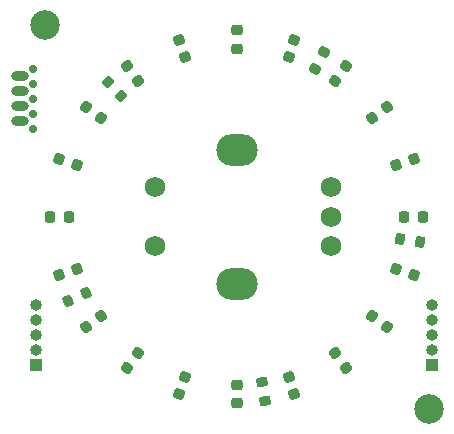
<source format=gts>
%TF.GenerationSoftware,KiCad,Pcbnew,6.0.9-8da3e8f707~116~ubuntu22.04.1*%
%TF.CreationDate,2022-11-15T19:10:22-05:00*%
%TF.ProjectId,kicad_circular_tracks_test,6b696361-645f-4636-9972-63756c61725f,rev?*%
%TF.SameCoordinates,Original*%
%TF.FileFunction,Soldermask,Top*%
%TF.FilePolarity,Negative*%
%FSLAX46Y46*%
G04 Gerber Fmt 4.6, Leading zero omitted, Abs format (unit mm)*
G04 Created by KiCad (PCBNEW 6.0.9-8da3e8f707~116~ubuntu22.04.1) date 2022-11-15 19:10:22*
%MOMM*%
%LPD*%
G01*
G04 APERTURE LIST*
G04 Aperture macros list*
%AMRoundRect*
0 Rectangle with rounded corners*
0 $1 Rounding radius*
0 $2 $3 $4 $5 $6 $7 $8 $9 X,Y pos of 4 corners*
0 Add a 4 corners polygon primitive as box body*
4,1,4,$2,$3,$4,$5,$6,$7,$8,$9,$2,$3,0*
0 Add four circle primitives for the rounded corners*
1,1,$1+$1,$2,$3*
1,1,$1+$1,$4,$5*
1,1,$1+$1,$6,$7*
1,1,$1+$1,$8,$9*
0 Add four rect primitives between the rounded corners*
20,1,$1+$1,$2,$3,$4,$5,0*
20,1,$1+$1,$4,$5,$6,$7,0*
20,1,$1+$1,$6,$7,$8,$9,0*
20,1,$1+$1,$8,$9,$2,$3,0*%
G04 Aperture macros list end*
%ADD10RoundRect,0.218750X-0.176111X0.287229X-0.311306X-0.128858X0.176111X-0.287229X0.311306X0.128858X0*%
%ADD11RoundRect,0.218750X0.256250X-0.218750X0.256250X0.218750X-0.256250X0.218750X-0.256250X-0.218750X0*%
%ADD12RoundRect,0.218750X-0.256250X0.218750X-0.256250X-0.218750X0.256250X-0.218750X0.256250X0.218750X0*%
%ADD13C,2.500000*%
%ADD14RoundRect,0.218750X-0.287229X-0.176111X0.128858X-0.311306X0.287229X0.176111X-0.128858X0.311306X0*%
%ADD15RoundRect,0.218750X0.311306X-0.128858X0.176111X0.287229X-0.311306X0.128858X-0.176111X-0.287229X0*%
%ADD16RoundRect,0.218750X0.327592X0.078733X-0.026352X0.335889X-0.327592X-0.078733X0.026352X-0.335889X0*%
%ADD17RoundRect,0.218750X-0.128858X-0.311306X0.287229X-0.176111X0.128858X0.311306X-0.287229X0.176111X0*%
%ADD18RoundRect,0.218750X0.287229X0.176111X-0.128858X0.311306X-0.287229X-0.176111X0.128858X-0.311306X0*%
%ADD19RoundRect,0.218750X0.335889X-0.026352X0.078733X0.327592X-0.335889X0.026352X-0.078733X-0.327592X0*%
%ADD20RoundRect,0.200000X-0.065042X-0.333758X0.297482X-0.164711X0.065042X0.333758X-0.297482X0.164711X0*%
%ADD21RoundRect,0.218750X-0.335889X0.026352X-0.078733X-0.327592X0.335889X-0.026352X0.078733X0.327592X0*%
%ADD22RoundRect,0.200000X0.302901X-0.154518X0.240327X0.240557X-0.302901X0.154518X-0.240327X-0.240557X0*%
%ADD23RoundRect,0.218750X0.128858X0.311306X-0.287229X0.176111X-0.128858X-0.311306X0.287229X-0.176111X0*%
%ADD24C,0.700000*%
%ADD25O,1.500000X0.800000*%
%ADD26RoundRect,0.218750X-0.327592X-0.078733X0.026352X-0.335889X0.327592X0.078733X-0.026352X0.335889X0*%
%ADD27RoundRect,0.200000X0.240557X0.240327X-0.154518X0.302901X-0.240557X-0.240327X0.154518X-0.302901X0*%
%ADD28RoundRect,0.218750X-0.218750X-0.256250X0.218750X-0.256250X0.218750X0.256250X-0.218750X0.256250X0*%
%ADD29RoundRect,0.218750X0.176111X-0.287229X0.311306X0.128858X-0.176111X0.287229X-0.311306X-0.128858X0*%
%ADD30RoundRect,0.218750X0.026352X0.335889X-0.327592X0.078733X-0.026352X-0.335889X0.327592X-0.078733X0*%
%ADD31RoundRect,0.200000X-0.154229X0.303049X-0.335825X-0.053354X0.154229X-0.303049X0.335825X0.053354X0*%
%ADD32RoundRect,0.218750X0.078733X-0.327592X0.335889X0.026352X-0.078733X0.327592X-0.335889X-0.026352X0*%
%ADD33RoundRect,0.200000X-0.335876X-0.053033X-0.053033X-0.335876X0.335876X0.053033X0.053033X0.335876X0*%
%ADD34RoundRect,0.218750X0.218750X0.256250X-0.218750X0.256250X-0.218750X-0.256250X0.218750X-0.256250X0*%
%ADD35RoundRect,0.218750X-0.026352X-0.335889X0.327592X-0.078733X0.026352X0.335889X-0.327592X0.078733X0*%
%ADD36RoundRect,0.218750X-0.311306X0.128858X-0.176111X-0.287229X0.311306X-0.128858X0.176111X0.287229X0*%
%ADD37RoundRect,0.218750X-0.078733X0.327592X-0.335889X-0.026352X0.078733X-0.327592X0.335889X0.026352X0*%
%ADD38C,1.750000*%
%ADD39O,3.500000X2.700000*%
%ADD40R,1.000000X1.000000*%
%ADD41O,1.000000X1.000000*%
G04 APERTURE END LIST*
D10*
%TO.C,D12*%
X154878605Y-84985195D03*
X154391903Y-86483109D03*
%TD*%
D11*
%TO.C,D1*%
X150000000Y-115787500D03*
X150000000Y-114212500D03*
%TD*%
D12*
%TO.C,D11*%
X150000000Y-84212500D03*
X150000000Y-85787500D03*
%TD*%
D13*
%TO.C,H1*%
X133750000Y-83750000D03*
%TD*%
D14*
%TO.C,D7*%
X134985195Y-95121394D03*
X136483109Y-95608096D03*
%TD*%
D15*
%TO.C,D20*%
X154878605Y-115014804D03*
X154391903Y-113516890D03*
%TD*%
D16*
%TO.C,D18*%
X162772355Y-109279659D03*
X161498153Y-108353897D03*
%TD*%
D17*
%TO.C,D5*%
X134985195Y-104878605D03*
X136483109Y-104391903D03*
%TD*%
D18*
%TO.C,D17*%
X165014804Y-104878605D03*
X163516890Y-104391903D03*
%TD*%
D19*
%TO.C,D19*%
X159279659Y-112772355D03*
X158353897Y-111498153D03*
%TD*%
D20*
%TO.C,R2*%
X135750000Y-107098660D03*
X137245408Y-106401340D03*
%TD*%
D21*
%TO.C,D9*%
X140720340Y-87227644D03*
X141646102Y-88501846D03*
%TD*%
D22*
%TO.C,R1*%
X152379058Y-115564843D03*
X152120942Y-113935157D03*
%TD*%
D23*
%TO.C,D15*%
X165014804Y-95121394D03*
X163516890Y-95608096D03*
%TD*%
D24*
%TO.C,J3*%
X132786000Y-91270000D03*
X132786000Y-90000000D03*
X132786000Y-88730000D03*
X132786000Y-87460000D03*
X132786000Y-92540000D03*
D25*
X131631000Y-91905000D03*
X131631000Y-90635000D03*
X131631000Y-89365000D03*
X131631000Y-88095000D03*
%TD*%
D26*
%TO.C,D8*%
X137227644Y-90720340D03*
X138501846Y-91646102D03*
%TD*%
D27*
%TO.C,R5*%
X165489843Y-102129058D03*
X163860157Y-101870942D03*
%TD*%
D28*
%TO.C,D6*%
X134212500Y-100000000D03*
X135787500Y-100000000D03*
%TD*%
D29*
%TO.C,D2*%
X145121394Y-115014804D03*
X145608096Y-113516890D03*
%TD*%
D30*
%TO.C,D14*%
X162772355Y-90720340D03*
X161498153Y-91646102D03*
%TD*%
D31*
%TO.C,R4*%
X157374542Y-86014920D03*
X156625458Y-87485080D03*
%TD*%
D32*
%TO.C,D3*%
X140720340Y-112772355D03*
X141646102Y-111498153D03*
%TD*%
D33*
%TO.C,R3*%
X139083274Y-88583274D03*
X140250000Y-89750000D03*
%TD*%
D13*
%TO.C,H2*%
X166250000Y-116250000D03*
%TD*%
D34*
%TO.C,D16*%
X165787500Y-100000000D03*
X164212500Y-100000000D03*
%TD*%
D35*
%TO.C,D4*%
X137227644Y-109279659D03*
X138501846Y-108353897D03*
%TD*%
D36*
%TO.C,D10*%
X145121394Y-84985195D03*
X145608096Y-86483109D03*
%TD*%
D37*
%TO.C,D13*%
X159279659Y-87227644D03*
X158353897Y-88501846D03*
%TD*%
D38*
%TO.C,S1*%
X143100000Y-97500000D03*
X143100000Y-102500000D03*
X158000000Y-102500000D03*
X158000000Y-100000000D03*
X158000000Y-97500000D03*
D39*
X150000000Y-94300000D03*
X150000000Y-105700000D03*
%TD*%
D40*
%TO.C,J4*%
X133000000Y-112500000D03*
D41*
X133000000Y-111230000D03*
X133000000Y-109960000D03*
X133000000Y-108690000D03*
X133000000Y-107420000D03*
%TD*%
D40*
%TO.C,J1*%
X166500000Y-112500000D03*
D41*
X166500000Y-111230000D03*
X166500000Y-109960000D03*
X166500000Y-108690000D03*
X166500000Y-107420000D03*
%TD*%
M02*

</source>
